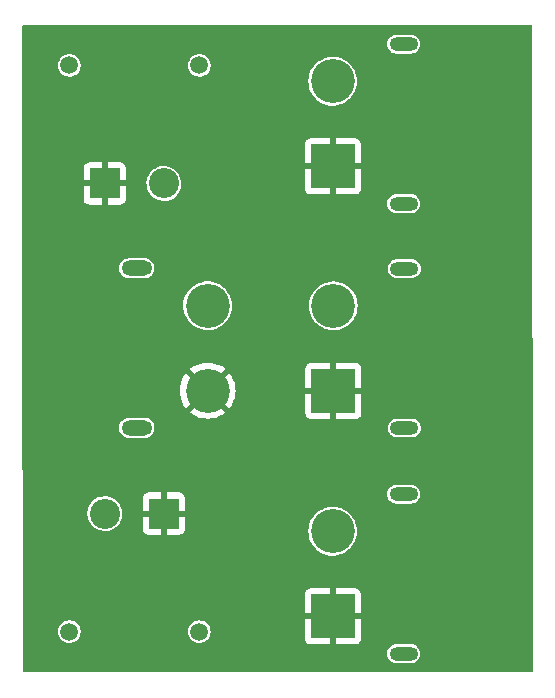
<source format=gbr>
%TF.GenerationSoftware,KiCad,Pcbnew,(6.0.5-0)*%
%TF.CreationDate,2024-03-03T20:53:32-05:00*%
%TF.ProjectId,power_PCB_v0.1,706f7765-725f-4504-9342-5f76302e312e,rev?*%
%TF.SameCoordinates,Original*%
%TF.FileFunction,Copper,L1,Top*%
%TF.FilePolarity,Positive*%
%FSLAX46Y46*%
G04 Gerber Fmt 4.6, Leading zero omitted, Abs format (unit mm)*
G04 Created by KiCad (PCBNEW (6.0.5-0)) date 2024-03-03 20:53:32*
%MOMM*%
%LPD*%
G01*
G04 APERTURE LIST*
%TA.AperFunction,ComponentPad*%
%ADD10R,3.716000X3.716000*%
%TD*%
%TA.AperFunction,ComponentPad*%
%ADD11C,3.716000*%
%TD*%
%TA.AperFunction,ComponentPad*%
%ADD12O,2.400000X1.200000*%
%TD*%
%TA.AperFunction,ComponentPad*%
%ADD13C,2.550000*%
%TD*%
%TA.AperFunction,ComponentPad*%
%ADD14R,2.550000X2.550000*%
%TD*%
%TA.AperFunction,ComponentPad*%
%ADD15C,1.508000*%
%TD*%
%TA.AperFunction,ComponentPad*%
%ADD16O,2.600000X1.300000*%
%TD*%
G04 APERTURE END LIST*
D10*
%TO.P,J5,1,+*%
%TO.N,+BATT*%
X136750000Y-76750000D03*
D11*
%TO.P,J5,2,-*%
%TO.N,-BATT*%
X136750000Y-69550000D03*
D12*
%TO.P,J5,S1*%
%TO.N,N/C*%
X142750000Y-79900000D03*
%TO.P,J5,S2*%
X142750000Y-66400000D03*
%TD*%
D13*
%TO.P,J2,N,N*%
%TO.N,-BATT*%
X117450000Y-106144250D03*
D14*
%TO.P,J2,P,P*%
%TO.N,+BATT*%
X122450000Y-106144250D03*
D15*
%TO.P,J2,S1*%
%TO.N,N/C*%
X114450000Y-116144250D03*
%TO.P,J2,S2*%
X125450000Y-116144250D03*
%TD*%
D10*
%TO.P,J4,1,+*%
%TO.N,+BATT*%
X136800000Y-95750000D03*
D11*
%TO.P,J4,2,-*%
%TO.N,-BATT*%
X136800000Y-88550000D03*
D12*
%TO.P,J4,S1*%
%TO.N,N/C*%
X142800000Y-98900000D03*
%TO.P,J4,S2*%
X142800000Y-85400000D03*
%TD*%
D10*
%TO.P,J3,1,+*%
%TO.N,+BATT*%
X136750000Y-114850000D03*
D11*
%TO.P,J3,2,-*%
%TO.N,-BATT*%
X136750000Y-107650000D03*
D12*
%TO.P,J3,S1*%
%TO.N,N/C*%
X142750000Y-118000000D03*
%TO.P,J3,S2*%
X142750000Y-104500000D03*
%TD*%
D11*
%TO.P,J1,1,-*%
%TO.N,-BATT*%
X126150000Y-88537500D03*
%TO.P,J1,2,+*%
%TO.N,+BATT*%
X126150000Y-95737500D03*
D16*
%TO.P,J1,S1,SHIELD*%
%TO.N,N/C*%
X120150000Y-85387500D03*
%TO.P,J1,S2,SHIELD*%
X120150000Y-98887500D03*
%TD*%
D13*
%TO.P,J6,N,N*%
%TO.N,-BATT*%
X122450000Y-78200000D03*
D14*
%TO.P,J6,P,P*%
%TO.N,+BATT*%
X117450000Y-78200000D03*
D15*
%TO.P,J6,S1*%
%TO.N,N/C*%
X125450000Y-68200000D03*
%TO.P,J6,S2*%
X114450000Y-68200000D03*
%TD*%
%TA.AperFunction,Conductor*%
%TO.N,+BATT*%
G36*
X153592236Y-64820002D02*
G01*
X153638729Y-64873658D01*
X153650115Y-64925884D01*
X153697825Y-117215999D01*
X153699885Y-119473885D01*
X153679945Y-119542024D01*
X153626332Y-119588566D01*
X153573885Y-119600000D01*
X110625885Y-119600000D01*
X110557764Y-119579998D01*
X110511271Y-119526342D01*
X110499885Y-119474115D01*
X110499271Y-118800500D01*
X110498535Y-117994376D01*
X141344455Y-117994376D01*
X141363227Y-118172983D01*
X141421103Y-118342993D01*
X141515206Y-118495955D01*
X141520132Y-118500986D01*
X141520135Y-118500989D01*
X141523838Y-118504770D01*
X141640859Y-118624268D01*
X141646784Y-118628087D01*
X141646786Y-118628088D01*
X141785891Y-118717735D01*
X141791817Y-118721554D01*
X141798437Y-118723963D01*
X141798440Y-118723965D01*
X141953961Y-118780570D01*
X141953964Y-118780571D01*
X141960578Y-118782978D01*
X141987121Y-118786331D01*
X142095355Y-118800004D01*
X142095358Y-118800004D01*
X142099283Y-118800500D01*
X143395155Y-118800500D01*
X143528472Y-118785546D01*
X143535847Y-118782978D01*
X143603451Y-118759436D01*
X143698073Y-118726485D01*
X143705965Y-118721554D01*
X143844401Y-118635049D01*
X143850375Y-118631316D01*
X143914365Y-118567771D01*
X143972810Y-118509733D01*
X143972813Y-118509729D01*
X143977807Y-118504770D01*
X144074037Y-118353136D01*
X144084643Y-118323352D01*
X144131919Y-118190586D01*
X144131920Y-118190581D01*
X144134281Y-118183951D01*
X144135114Y-118176965D01*
X144135115Y-118176961D01*
X144154711Y-118012617D01*
X144155545Y-118005624D01*
X144136773Y-117827017D01*
X144078897Y-117657007D01*
X143984794Y-117504045D01*
X143979868Y-117499014D01*
X143979865Y-117499011D01*
X143919024Y-117436883D01*
X143859141Y-117375732D01*
X143842413Y-117364951D01*
X143714109Y-117282265D01*
X143708183Y-117278446D01*
X143701563Y-117276037D01*
X143701560Y-117276035D01*
X143546039Y-117219430D01*
X143546036Y-117219429D01*
X143539422Y-117217022D01*
X143482692Y-117209856D01*
X143404645Y-117199996D01*
X143404642Y-117199996D01*
X143400717Y-117199500D01*
X142104845Y-117199500D01*
X141971528Y-117214454D01*
X141964875Y-117216771D01*
X141964874Y-117216771D01*
X141896549Y-117240564D01*
X141801927Y-117273515D01*
X141795953Y-117277248D01*
X141795951Y-117277249D01*
X141787924Y-117282265D01*
X141649625Y-117368684D01*
X141585635Y-117432229D01*
X141527190Y-117490267D01*
X141527187Y-117490271D01*
X141522193Y-117495230D01*
X141425963Y-117646864D01*
X141423598Y-117653506D01*
X141368081Y-117809414D01*
X141368080Y-117809419D01*
X141365719Y-117816049D01*
X141364886Y-117823035D01*
X141364885Y-117823039D01*
X141349648Y-117950823D01*
X141344455Y-117994376D01*
X110498535Y-117994376D01*
X110496835Y-116130859D01*
X113490975Y-116130859D01*
X113506639Y-116317389D01*
X113558235Y-116497325D01*
X113643797Y-116663812D01*
X113647620Y-116668636D01*
X113647623Y-116668640D01*
X113753539Y-116802271D01*
X113760068Y-116810509D01*
X113764762Y-116814504D01*
X113777805Y-116825604D01*
X113902618Y-116931829D01*
X113907996Y-116934835D01*
X113907998Y-116934836D01*
X113942396Y-116954060D01*
X114066018Y-117023150D01*
X114244043Y-117080994D01*
X114429914Y-117103158D01*
X114436049Y-117102686D01*
X114436051Y-117102686D01*
X114610408Y-117089270D01*
X114610413Y-117089269D01*
X114616549Y-117088797D01*
X114622479Y-117087141D01*
X114622481Y-117087141D01*
X114790913Y-117040114D01*
X114790912Y-117040114D01*
X114796841Y-117038459D01*
X114827148Y-117023150D01*
X114948897Y-116961649D01*
X114963921Y-116954060D01*
X114974169Y-116946054D01*
X115106571Y-116842610D01*
X115106572Y-116842610D01*
X115111427Y-116838816D01*
X115233738Y-116697117D01*
X115326198Y-116534358D01*
X115385283Y-116356741D01*
X115408744Y-116171030D01*
X115409118Y-116144250D01*
X115407805Y-116130859D01*
X124490975Y-116130859D01*
X124506639Y-116317389D01*
X124558235Y-116497325D01*
X124643797Y-116663812D01*
X124647620Y-116668636D01*
X124647623Y-116668640D01*
X124753539Y-116802271D01*
X124760068Y-116810509D01*
X124764762Y-116814504D01*
X124777805Y-116825604D01*
X124902618Y-116931829D01*
X124907996Y-116934835D01*
X124907998Y-116934836D01*
X124942396Y-116954060D01*
X125066018Y-117023150D01*
X125244043Y-117080994D01*
X125429914Y-117103158D01*
X125436049Y-117102686D01*
X125436051Y-117102686D01*
X125610408Y-117089270D01*
X125610413Y-117089269D01*
X125616549Y-117088797D01*
X125622479Y-117087141D01*
X125622481Y-117087141D01*
X125790913Y-117040114D01*
X125790912Y-117040114D01*
X125796841Y-117038459D01*
X125827148Y-117023150D01*
X125948897Y-116961649D01*
X125963921Y-116954060D01*
X125974169Y-116946054D01*
X126106571Y-116842610D01*
X126106572Y-116842610D01*
X126111427Y-116838816D01*
X126185787Y-116752669D01*
X134384001Y-116752669D01*
X134384371Y-116759490D01*
X134389895Y-116810352D01*
X134393521Y-116825604D01*
X134438676Y-116946054D01*
X134447214Y-116961649D01*
X134523715Y-117063724D01*
X134536276Y-117076285D01*
X134638351Y-117152786D01*
X134653946Y-117161324D01*
X134774394Y-117206478D01*
X134789649Y-117210105D01*
X134840514Y-117215631D01*
X134847328Y-117216000D01*
X136477885Y-117216000D01*
X136493124Y-117211525D01*
X136494329Y-117210135D01*
X136496000Y-117202452D01*
X136496000Y-117197884D01*
X137004000Y-117197884D01*
X137008475Y-117213123D01*
X137009865Y-117214328D01*
X137017548Y-117215999D01*
X138652669Y-117215999D01*
X138659490Y-117215629D01*
X138710352Y-117210105D01*
X138725604Y-117206479D01*
X138846054Y-117161324D01*
X138861649Y-117152786D01*
X138963724Y-117076285D01*
X138976285Y-117063724D01*
X139052786Y-116961649D01*
X139061324Y-116946054D01*
X139106478Y-116825606D01*
X139110105Y-116810351D01*
X139115631Y-116759486D01*
X139116000Y-116752672D01*
X139116000Y-115122115D01*
X139111525Y-115106876D01*
X139110135Y-115105671D01*
X139102452Y-115104000D01*
X137022115Y-115104000D01*
X137006876Y-115108475D01*
X137005671Y-115109865D01*
X137004000Y-115117548D01*
X137004000Y-117197884D01*
X136496000Y-117197884D01*
X136496000Y-115122115D01*
X136491525Y-115106876D01*
X136490135Y-115105671D01*
X136482452Y-115104000D01*
X134402116Y-115104000D01*
X134386877Y-115108475D01*
X134385672Y-115109865D01*
X134384001Y-115117548D01*
X134384001Y-116752669D01*
X126185787Y-116752669D01*
X126233738Y-116697117D01*
X126326198Y-116534358D01*
X126385283Y-116356741D01*
X126408744Y-116171030D01*
X126409118Y-116144250D01*
X126390852Y-115957956D01*
X126336749Y-115778759D01*
X126248870Y-115613482D01*
X126244980Y-115608712D01*
X126244977Y-115608708D01*
X126134457Y-115473198D01*
X126134454Y-115473195D01*
X126130562Y-115468423D01*
X125986332Y-115349105D01*
X125821673Y-115260074D01*
X125732265Y-115232398D01*
X125648744Y-115206544D01*
X125648741Y-115206543D01*
X125642857Y-115204722D01*
X125636732Y-115204078D01*
X125636731Y-115204078D01*
X125462824Y-115185799D01*
X125462823Y-115185799D01*
X125456696Y-115185155D01*
X125380143Y-115192122D01*
X125276418Y-115201562D01*
X125276415Y-115201563D01*
X125270279Y-115202121D01*
X125264373Y-115203859D01*
X125264369Y-115203860D01*
X125129075Y-115243679D01*
X125090708Y-115254971D01*
X124924822Y-115341694D01*
X124920022Y-115345554D01*
X124920021Y-115345554D01*
X124910718Y-115353034D01*
X124778940Y-115458986D01*
X124658619Y-115602380D01*
X124655655Y-115607772D01*
X124655652Y-115607776D01*
X124581455Y-115742741D01*
X124568441Y-115766413D01*
X124566580Y-115772280D01*
X124566579Y-115772282D01*
X124562653Y-115784659D01*
X124511841Y-115944838D01*
X124490975Y-116130859D01*
X115407805Y-116130859D01*
X115390852Y-115957956D01*
X115336749Y-115778759D01*
X115248870Y-115613482D01*
X115244980Y-115608712D01*
X115244977Y-115608708D01*
X115134457Y-115473198D01*
X115134454Y-115473195D01*
X115130562Y-115468423D01*
X114986332Y-115349105D01*
X114821673Y-115260074D01*
X114732265Y-115232398D01*
X114648744Y-115206544D01*
X114648741Y-115206543D01*
X114642857Y-115204722D01*
X114636732Y-115204078D01*
X114636731Y-115204078D01*
X114462824Y-115185799D01*
X114462823Y-115185799D01*
X114456696Y-115185155D01*
X114380143Y-115192122D01*
X114276418Y-115201562D01*
X114276415Y-115201563D01*
X114270279Y-115202121D01*
X114264373Y-115203859D01*
X114264369Y-115203860D01*
X114129075Y-115243679D01*
X114090708Y-115254971D01*
X113924822Y-115341694D01*
X113920022Y-115345554D01*
X113920021Y-115345554D01*
X113910718Y-115353034D01*
X113778940Y-115458986D01*
X113658619Y-115602380D01*
X113655655Y-115607772D01*
X113655652Y-115607776D01*
X113581455Y-115742741D01*
X113568441Y-115766413D01*
X113566580Y-115772280D01*
X113566579Y-115772282D01*
X113562653Y-115784659D01*
X113511841Y-115944838D01*
X113490975Y-116130859D01*
X110496835Y-116130859D01*
X110495418Y-114577885D01*
X134384000Y-114577885D01*
X134388475Y-114593124D01*
X134389865Y-114594329D01*
X134397548Y-114596000D01*
X136477885Y-114596000D01*
X136493124Y-114591525D01*
X136494329Y-114590135D01*
X136496000Y-114582452D01*
X136496000Y-114577885D01*
X137004000Y-114577885D01*
X137008475Y-114593124D01*
X137009865Y-114594329D01*
X137017548Y-114596000D01*
X139097884Y-114596000D01*
X139113123Y-114591525D01*
X139114328Y-114590135D01*
X139115999Y-114582452D01*
X139115999Y-112947331D01*
X139115629Y-112940510D01*
X139110105Y-112889648D01*
X139106479Y-112874396D01*
X139061324Y-112753946D01*
X139052786Y-112738351D01*
X138976285Y-112636276D01*
X138963724Y-112623715D01*
X138861649Y-112547214D01*
X138846054Y-112538676D01*
X138725606Y-112493522D01*
X138710351Y-112489895D01*
X138659486Y-112484369D01*
X138652672Y-112484000D01*
X137022115Y-112484000D01*
X137006876Y-112488475D01*
X137005671Y-112489865D01*
X137004000Y-112497548D01*
X137004000Y-114577885D01*
X136496000Y-114577885D01*
X136496000Y-112502116D01*
X136491525Y-112486877D01*
X136490135Y-112485672D01*
X136482452Y-112484001D01*
X134847331Y-112484001D01*
X134840510Y-112484371D01*
X134789648Y-112489895D01*
X134774396Y-112493521D01*
X134653946Y-112538676D01*
X134638351Y-112547214D01*
X134536276Y-112623715D01*
X134523715Y-112636276D01*
X134447214Y-112738351D01*
X134438676Y-112753946D01*
X134393522Y-112874394D01*
X134389895Y-112889649D01*
X134384369Y-112940514D01*
X134384000Y-112947328D01*
X134384000Y-114577885D01*
X110495418Y-114577885D01*
X110487690Y-106108077D01*
X115969885Y-106108077D01*
X115970182Y-106113229D01*
X115970182Y-106113233D01*
X115981684Y-106312703D01*
X115983852Y-106350304D01*
X115984989Y-106355350D01*
X115984990Y-106355356D01*
X115997710Y-106411798D01*
X116037193Y-106586997D01*
X116039135Y-106591779D01*
X116039136Y-106591783D01*
X116078725Y-106689279D01*
X116128476Y-106811800D01*
X116255249Y-107018675D01*
X116414109Y-107202068D01*
X116600787Y-107357051D01*
X116810272Y-107479464D01*
X117036938Y-107566020D01*
X117042004Y-107567051D01*
X117042005Y-107567051D01*
X117100326Y-107578916D01*
X117274696Y-107614392D01*
X117411350Y-107619403D01*
X117511998Y-107623094D01*
X117512002Y-107623094D01*
X117517162Y-107623283D01*
X117522282Y-107622627D01*
X117522284Y-107622627D01*
X117598754Y-107612831D01*
X117757825Y-107592453D01*
X117762774Y-107590968D01*
X117762780Y-107590967D01*
X117985278Y-107524214D01*
X117990221Y-107522731D01*
X117994855Y-107520461D01*
X118110272Y-107463919D01*
X120667001Y-107463919D01*
X120667371Y-107470740D01*
X120672895Y-107521602D01*
X120676521Y-107536854D01*
X120721676Y-107657304D01*
X120730214Y-107672899D01*
X120806715Y-107774974D01*
X120819276Y-107787535D01*
X120921351Y-107864036D01*
X120936946Y-107872574D01*
X121057394Y-107917728D01*
X121072649Y-107921355D01*
X121123514Y-107926881D01*
X121130328Y-107927250D01*
X122177885Y-107927250D01*
X122193124Y-107922775D01*
X122194329Y-107921385D01*
X122196000Y-107913702D01*
X122196000Y-107909134D01*
X122704000Y-107909134D01*
X122708475Y-107924373D01*
X122709865Y-107925578D01*
X122717548Y-107927249D01*
X123769669Y-107927249D01*
X123776490Y-107926879D01*
X123827352Y-107921355D01*
X123842604Y-107917729D01*
X123963054Y-107872574D01*
X123978649Y-107864036D01*
X124080724Y-107787535D01*
X124093285Y-107774974D01*
X124169786Y-107672899D01*
X124178324Y-107657304D01*
X124189162Y-107628393D01*
X134686803Y-107628393D01*
X134702960Y-107908601D01*
X134703785Y-107912806D01*
X134703786Y-107912814D01*
X134714711Y-107968497D01*
X134756996Y-108184024D01*
X134758383Y-108188074D01*
X134758384Y-108188079D01*
X134846522Y-108445509D01*
X134847911Y-108449565D01*
X134974022Y-108700310D01*
X134976448Y-108703839D01*
X134976451Y-108703845D01*
X135085012Y-108861801D01*
X135132997Y-108931620D01*
X135321894Y-109139215D01*
X135325183Y-109141965D01*
X135533925Y-109316501D01*
X135533930Y-109316505D01*
X135537217Y-109319253D01*
X135592424Y-109353884D01*
X135771341Y-109466119D01*
X135771345Y-109466121D01*
X135774981Y-109468402D01*
X136030788Y-109583903D01*
X136034907Y-109585123D01*
X136295790Y-109662401D01*
X136295795Y-109662402D01*
X136299903Y-109663619D01*
X136304137Y-109664267D01*
X136304142Y-109664268D01*
X136548514Y-109701662D01*
X136577347Y-109706074D01*
X136720292Y-109708319D01*
X136853694Y-109710415D01*
X136853700Y-109710415D01*
X136857985Y-109710482D01*
X137136626Y-109676763D01*
X137408112Y-109605540D01*
X137412072Y-109603900D01*
X137412077Y-109603898D01*
X137551600Y-109546105D01*
X137667420Y-109498131D01*
X137718296Y-109468402D01*
X137906054Y-109358685D01*
X137906055Y-109358685D01*
X137909752Y-109356524D01*
X138130624Y-109183338D01*
X138325948Y-108981779D01*
X138328481Y-108978331D01*
X138328485Y-108978326D01*
X138489572Y-108759032D01*
X138492110Y-108755577D01*
X138626036Y-108508916D01*
X138725247Y-108246362D01*
X138787907Y-107972773D01*
X138792494Y-107921385D01*
X138812637Y-107695677D01*
X138812637Y-107695675D01*
X138812857Y-107693211D01*
X138813310Y-107650000D01*
X138810895Y-107614581D01*
X138794512Y-107374254D01*
X138794511Y-107374248D01*
X138794220Y-107369977D01*
X138788923Y-107344396D01*
X138738172Y-107099332D01*
X138737303Y-107095135D01*
X138643612Y-106830561D01*
X138633401Y-106810776D01*
X138516847Y-106584957D01*
X138516847Y-106584956D01*
X138514882Y-106581150D01*
X138504595Y-106566512D01*
X138395859Y-106411798D01*
X138353493Y-106351517D01*
X138162433Y-106145912D01*
X137945237Y-105968139D01*
X137705923Y-105821487D01*
X137683348Y-105811577D01*
X137452853Y-105710397D01*
X137448921Y-105708671D01*
X137429519Y-105703144D01*
X137286419Y-105662381D01*
X137178986Y-105631778D01*
X136973217Y-105602493D01*
X136905365Y-105592836D01*
X136905363Y-105592836D01*
X136901113Y-105592231D01*
X136896824Y-105592209D01*
X136896817Y-105592208D01*
X136624730Y-105590783D01*
X136624723Y-105590783D01*
X136620444Y-105590761D01*
X136616199Y-105591320D01*
X136616197Y-105591320D01*
X136552813Y-105599665D01*
X136342172Y-105627397D01*
X136071446Y-105701459D01*
X135813277Y-105811577D01*
X135704462Y-105876702D01*
X135576123Y-105953511D01*
X135576119Y-105953514D01*
X135572441Y-105955715D01*
X135353395Y-106131204D01*
X135350451Y-106134306D01*
X135350447Y-106134310D01*
X135269228Y-106219897D01*
X135160192Y-106334797D01*
X134996408Y-106562727D01*
X134865073Y-106810776D01*
X134863601Y-106814799D01*
X134863599Y-106814803D01*
X134856354Y-106834602D01*
X134768616Y-107074355D01*
X134767703Y-107078541D01*
X134767703Y-107078542D01*
X134724195Y-107278093D01*
X134708825Y-107348585D01*
X134686803Y-107628393D01*
X124189162Y-107628393D01*
X124223478Y-107536856D01*
X124227105Y-107521601D01*
X124232631Y-107470736D01*
X124233000Y-107463922D01*
X124233000Y-106416365D01*
X124228525Y-106401126D01*
X124227135Y-106399921D01*
X124219452Y-106398250D01*
X122722115Y-106398250D01*
X122706876Y-106402725D01*
X122705671Y-106404115D01*
X122704000Y-106411798D01*
X122704000Y-107909134D01*
X122196000Y-107909134D01*
X122196000Y-106416365D01*
X122191525Y-106401126D01*
X122190135Y-106399921D01*
X122182452Y-106398250D01*
X120685116Y-106398250D01*
X120669877Y-106402725D01*
X120668672Y-106404115D01*
X120667001Y-106411798D01*
X120667001Y-107463919D01*
X118110272Y-107463919D01*
X118203474Y-107418260D01*
X118203477Y-107418258D01*
X118208109Y-107415989D01*
X118231607Y-107399228D01*
X118401433Y-107278093D01*
X118401435Y-107278091D01*
X118405637Y-107275094D01*
X118577501Y-107103828D01*
X118598680Y-107074355D01*
X118635885Y-107022578D01*
X118719085Y-106906793D01*
X118826587Y-106689279D01*
X118866094Y-106559248D01*
X118895616Y-106462080D01*
X118895617Y-106462074D01*
X118897120Y-106457128D01*
X118928789Y-106216575D01*
X118930557Y-106144250D01*
X118915277Y-105958397D01*
X118911100Y-105907588D01*
X118911099Y-105907582D01*
X118910676Y-105902437D01*
X118903065Y-105872135D01*
X120667000Y-105872135D01*
X120671475Y-105887374D01*
X120672865Y-105888579D01*
X120680548Y-105890250D01*
X122177885Y-105890250D01*
X122193124Y-105885775D01*
X122194329Y-105884385D01*
X122196000Y-105876702D01*
X122196000Y-105872135D01*
X122704000Y-105872135D01*
X122708475Y-105887374D01*
X122709865Y-105888579D01*
X122717548Y-105890250D01*
X124214884Y-105890250D01*
X124230123Y-105885775D01*
X124231328Y-105884385D01*
X124232999Y-105876702D01*
X124232999Y-104824581D01*
X124232629Y-104817760D01*
X124227105Y-104766898D01*
X124223479Y-104751646D01*
X124178324Y-104631196D01*
X124169786Y-104615601D01*
X124093285Y-104513526D01*
X124080724Y-104500965D01*
X124071932Y-104494376D01*
X141344455Y-104494376D01*
X141363227Y-104672983D01*
X141365498Y-104679654D01*
X141404358Y-104793804D01*
X141421103Y-104842993D01*
X141424793Y-104848991D01*
X141424794Y-104848993D01*
X141450891Y-104891413D01*
X141515206Y-104995955D01*
X141520132Y-105000986D01*
X141520135Y-105000989D01*
X141576196Y-105058236D01*
X141640859Y-105124268D01*
X141646784Y-105128087D01*
X141646786Y-105128088D01*
X141771977Y-105208768D01*
X141791817Y-105221554D01*
X141798437Y-105223963D01*
X141798440Y-105223965D01*
X141953961Y-105280570D01*
X141953964Y-105280571D01*
X141960578Y-105282978D01*
X141987121Y-105286331D01*
X142095355Y-105300004D01*
X142095358Y-105300004D01*
X142099283Y-105300500D01*
X143395155Y-105300500D01*
X143528472Y-105285546D01*
X143535847Y-105282978D01*
X143656693Y-105240895D01*
X143698073Y-105226485D01*
X143705965Y-105221554D01*
X143844401Y-105135049D01*
X143850375Y-105131316D01*
X143914365Y-105067771D01*
X143972810Y-105009733D01*
X143972813Y-105009729D01*
X143977807Y-105004770D01*
X144074037Y-104853136D01*
X144110177Y-104751644D01*
X144131919Y-104690586D01*
X144131920Y-104690581D01*
X144134281Y-104683951D01*
X144135114Y-104676965D01*
X144135115Y-104676961D01*
X144154711Y-104512617D01*
X144155545Y-104505624D01*
X144140991Y-104367145D01*
X144137510Y-104334025D01*
X144137509Y-104334021D01*
X144136773Y-104327017D01*
X144078897Y-104157007D01*
X143984794Y-104004045D01*
X143979868Y-103999014D01*
X143979865Y-103999011D01*
X143919024Y-103936883D01*
X143859141Y-103875732D01*
X143842413Y-103864951D01*
X143714109Y-103782265D01*
X143708183Y-103778446D01*
X143701563Y-103776037D01*
X143701560Y-103776035D01*
X143546039Y-103719430D01*
X143546036Y-103719429D01*
X143539422Y-103717022D01*
X143482692Y-103709856D01*
X143404645Y-103699996D01*
X143404642Y-103699996D01*
X143400717Y-103699500D01*
X142104845Y-103699500D01*
X141971528Y-103714454D01*
X141964875Y-103716771D01*
X141964874Y-103716771D01*
X141896549Y-103740564D01*
X141801927Y-103773515D01*
X141795953Y-103777248D01*
X141795951Y-103777249D01*
X141787924Y-103782265D01*
X141649625Y-103868684D01*
X141585635Y-103932229D01*
X141527190Y-103990267D01*
X141527187Y-103990271D01*
X141522193Y-103995230D01*
X141425963Y-104146864D01*
X141423598Y-104153506D01*
X141368081Y-104309414D01*
X141368080Y-104309419D01*
X141365719Y-104316049D01*
X141364886Y-104323035D01*
X141364885Y-104323039D01*
X141352791Y-104424464D01*
X141344455Y-104494376D01*
X124071932Y-104494376D01*
X123978649Y-104424464D01*
X123963054Y-104415926D01*
X123842606Y-104370772D01*
X123827351Y-104367145D01*
X123776486Y-104361619D01*
X123769672Y-104361250D01*
X122722115Y-104361250D01*
X122706876Y-104365725D01*
X122705671Y-104367115D01*
X122704000Y-104374798D01*
X122704000Y-105872135D01*
X122196000Y-105872135D01*
X122196000Y-104379366D01*
X122191525Y-104364127D01*
X122190135Y-104362922D01*
X122182452Y-104361251D01*
X121130331Y-104361251D01*
X121123510Y-104361621D01*
X121072648Y-104367145D01*
X121057396Y-104370771D01*
X120936946Y-104415926D01*
X120921351Y-104424464D01*
X120819276Y-104500965D01*
X120806715Y-104513526D01*
X120730214Y-104615601D01*
X120721676Y-104631196D01*
X120676522Y-104751644D01*
X120672895Y-104766899D01*
X120667369Y-104817764D01*
X120667000Y-104824578D01*
X120667000Y-105872135D01*
X118903065Y-105872135D01*
X118861710Y-105707495D01*
X118852827Y-105672128D01*
X118852826Y-105672124D01*
X118851568Y-105667117D01*
X118838911Y-105638008D01*
X118756880Y-105449349D01*
X118756878Y-105449346D01*
X118754820Y-105444612D01*
X118623030Y-105240895D01*
X118606521Y-105222751D01*
X118463215Y-105065261D01*
X118463213Y-105065260D01*
X118459737Y-105061439D01*
X118455686Y-105058240D01*
X118455682Y-105058236D01*
X118273386Y-104914268D01*
X118269328Y-104911063D01*
X118056914Y-104793804D01*
X117932960Y-104749910D01*
X117833077Y-104714539D01*
X117833073Y-104714538D01*
X117828202Y-104712813D01*
X117823109Y-104711906D01*
X117823106Y-104711905D01*
X117594422Y-104671170D01*
X117594416Y-104671169D01*
X117589333Y-104670264D01*
X117509558Y-104669289D01*
X117351892Y-104667363D01*
X117351890Y-104667363D01*
X117346722Y-104667300D01*
X117106884Y-104704000D01*
X116876261Y-104779379D01*
X116661046Y-104891413D01*
X116656913Y-104894516D01*
X116656910Y-104894518D01*
X116471154Y-105033987D01*
X116467019Y-105037092D01*
X116299391Y-105212505D01*
X116296477Y-105216777D01*
X116296476Y-105216778D01*
X116280025Y-105240895D01*
X116162663Y-105412941D01*
X116147962Y-105444612D01*
X116079440Y-105592231D01*
X116060508Y-105633016D01*
X115995668Y-105866821D01*
X115969885Y-106108077D01*
X110487690Y-106108077D01*
X110481058Y-98839744D01*
X118645819Y-98839744D01*
X118646176Y-98846561D01*
X118646176Y-98846565D01*
X118654302Y-99001611D01*
X118655490Y-99024281D01*
X118657301Y-99030854D01*
X118657301Y-99030857D01*
X118682930Y-99123902D01*
X118704562Y-99202436D01*
X118790746Y-99365898D01*
X118910020Y-99507040D01*
X118915444Y-99511187D01*
X118915445Y-99511188D01*
X119051399Y-99615133D01*
X119051403Y-99615136D01*
X119056820Y-99619277D01*
X119063000Y-99622159D01*
X119063002Y-99622160D01*
X119218120Y-99694493D01*
X119218123Y-99694494D01*
X119224297Y-99697373D01*
X119230942Y-99698858D01*
X119230947Y-99698860D01*
X119339207Y-99723058D01*
X119404637Y-99737683D01*
X119410307Y-99738000D01*
X120846164Y-99738000D01*
X120983709Y-99723058D01*
X121158848Y-99664117D01*
X121317244Y-99568943D01*
X121353086Y-99535049D01*
X121446549Y-99446665D01*
X121446551Y-99446663D01*
X121451507Y-99441976D01*
X121555375Y-99289140D01*
X121557910Y-99282803D01*
X121621466Y-99123902D01*
X121621467Y-99123897D01*
X121624000Y-99117565D01*
X121654181Y-98935256D01*
X121652039Y-98894376D01*
X141394455Y-98894376D01*
X141395191Y-98901379D01*
X141395191Y-98901380D01*
X141398752Y-98935256D01*
X141413227Y-99072983D01*
X141415498Y-99079654D01*
X141455056Y-99195854D01*
X141471103Y-99242993D01*
X141565206Y-99395955D01*
X141570132Y-99400986D01*
X141570135Y-99400989D01*
X141573838Y-99404770D01*
X141690859Y-99524268D01*
X141696784Y-99528087D01*
X141696786Y-99528088D01*
X141835891Y-99617735D01*
X141841817Y-99621554D01*
X141848437Y-99623963D01*
X141848440Y-99623965D01*
X142003961Y-99680570D01*
X142003964Y-99680571D01*
X142010578Y-99682978D01*
X142037121Y-99686331D01*
X142145355Y-99700004D01*
X142145358Y-99700004D01*
X142149283Y-99700500D01*
X143445155Y-99700500D01*
X143578472Y-99685546D01*
X143585847Y-99682978D01*
X143653451Y-99659436D01*
X143748073Y-99626485D01*
X143754995Y-99622160D01*
X143894401Y-99535049D01*
X143900375Y-99531316D01*
X143996022Y-99436334D01*
X144022810Y-99409733D01*
X144022813Y-99409729D01*
X144027807Y-99404770D01*
X144124037Y-99253136D01*
X144139940Y-99208475D01*
X144181919Y-99090586D01*
X144181920Y-99090581D01*
X144184281Y-99083951D01*
X144185114Y-99076965D01*
X144185115Y-99076961D01*
X144204711Y-98912617D01*
X144205545Y-98905624D01*
X144197913Y-98833006D01*
X144187510Y-98734025D01*
X144187509Y-98734021D01*
X144186773Y-98727017D01*
X144165377Y-98664167D01*
X144131168Y-98563677D01*
X144131167Y-98563674D01*
X144128897Y-98557007D01*
X144034794Y-98404045D01*
X144029868Y-98399014D01*
X144029865Y-98399011D01*
X143965245Y-98333024D01*
X143909141Y-98275732D01*
X143897082Y-98267960D01*
X143764109Y-98182265D01*
X143758183Y-98178446D01*
X143751563Y-98176037D01*
X143751560Y-98176035D01*
X143596039Y-98119430D01*
X143596036Y-98119429D01*
X143589422Y-98117022D01*
X143520434Y-98108307D01*
X143454645Y-98099996D01*
X143454642Y-98099996D01*
X143450717Y-98099500D01*
X142154845Y-98099500D01*
X142021528Y-98114454D01*
X142014875Y-98116771D01*
X142014874Y-98116771D01*
X141946549Y-98140564D01*
X141851927Y-98173515D01*
X141845953Y-98177248D01*
X141845951Y-98177249D01*
X141799849Y-98206057D01*
X141699625Y-98268684D01*
X141639556Y-98328335D01*
X141577190Y-98390267D01*
X141577187Y-98390271D01*
X141572193Y-98395230D01*
X141568419Y-98401176D01*
X141568418Y-98401178D01*
X141562791Y-98410045D01*
X141475963Y-98546864D01*
X141473598Y-98553506D01*
X141418081Y-98709414D01*
X141418080Y-98709419D01*
X141415719Y-98716049D01*
X141414886Y-98723035D01*
X141414885Y-98723039D01*
X141412369Y-98744143D01*
X141394455Y-98894376D01*
X121652039Y-98894376D01*
X121648823Y-98833006D01*
X121644867Y-98757532D01*
X121644510Y-98750719D01*
X121637982Y-98727017D01*
X121597251Y-98579146D01*
X121595438Y-98572564D01*
X121509254Y-98409102D01*
X121389980Y-98267960D01*
X121384555Y-98263812D01*
X121248601Y-98159867D01*
X121248597Y-98159864D01*
X121243180Y-98155723D01*
X121237000Y-98152841D01*
X121236998Y-98152840D01*
X121081880Y-98080507D01*
X121081877Y-98080506D01*
X121075703Y-98077627D01*
X121069058Y-98076142D01*
X121069053Y-98076140D01*
X120929129Y-98044865D01*
X120895363Y-98037317D01*
X120889693Y-98037000D01*
X119453836Y-98037000D01*
X119316291Y-98051942D01*
X119141152Y-98110883D01*
X118982756Y-98206057D01*
X118977796Y-98210748D01*
X118977794Y-98210749D01*
X118903751Y-98280769D01*
X118848493Y-98333024D01*
X118744625Y-98485860D01*
X118742092Y-98492194D01*
X118742090Y-98492197D01*
X118678534Y-98651098D01*
X118678533Y-98651103D01*
X118676000Y-98657435D01*
X118645819Y-98839744D01*
X110481058Y-98839744D01*
X110479911Y-97582887D01*
X124670070Y-97582887D01*
X124676528Y-97592247D01*
X124703488Y-97615891D01*
X124710003Y-97620889D01*
X124961028Y-97788619D01*
X124968165Y-97792740D01*
X125238930Y-97926266D01*
X125246534Y-97929416D01*
X125532413Y-98026459D01*
X125540365Y-98028590D01*
X125836469Y-98087488D01*
X125844627Y-98088562D01*
X126145881Y-98108307D01*
X126154119Y-98108307D01*
X126455373Y-98088562D01*
X126463531Y-98087488D01*
X126759635Y-98028590D01*
X126767587Y-98026459D01*
X127053466Y-97929416D01*
X127061070Y-97926266D01*
X127331835Y-97792740D01*
X127338972Y-97788619D01*
X127542435Y-97652669D01*
X134434001Y-97652669D01*
X134434371Y-97659490D01*
X134439895Y-97710352D01*
X134443521Y-97725604D01*
X134488676Y-97846054D01*
X134497214Y-97861649D01*
X134573715Y-97963724D01*
X134586276Y-97976285D01*
X134688351Y-98052786D01*
X134703946Y-98061324D01*
X134824394Y-98106478D01*
X134839649Y-98110105D01*
X134890514Y-98115631D01*
X134897328Y-98116000D01*
X136527885Y-98116000D01*
X136543124Y-98111525D01*
X136544329Y-98110135D01*
X136546000Y-98102452D01*
X136546000Y-98097884D01*
X137054000Y-98097884D01*
X137058475Y-98113123D01*
X137059865Y-98114328D01*
X137067548Y-98115999D01*
X138702669Y-98115999D01*
X138709490Y-98115629D01*
X138760352Y-98110105D01*
X138775604Y-98106479D01*
X138896054Y-98061324D01*
X138911649Y-98052786D01*
X139013724Y-97976285D01*
X139026285Y-97963724D01*
X139102786Y-97861649D01*
X139111324Y-97846054D01*
X139156478Y-97725606D01*
X139160105Y-97710351D01*
X139165631Y-97659486D01*
X139166000Y-97652672D01*
X139166000Y-96022115D01*
X139161525Y-96006876D01*
X139160135Y-96005671D01*
X139152452Y-96004000D01*
X137072115Y-96004000D01*
X137056876Y-96008475D01*
X137055671Y-96009865D01*
X137054000Y-96017548D01*
X137054000Y-98097884D01*
X136546000Y-98097884D01*
X136546000Y-96022115D01*
X136541525Y-96006876D01*
X136540135Y-96005671D01*
X136532452Y-96004000D01*
X134452116Y-96004000D01*
X134436877Y-96008475D01*
X134435672Y-96009865D01*
X134434001Y-96017548D01*
X134434001Y-97652669D01*
X127542435Y-97652669D01*
X127589997Y-97620889D01*
X127596512Y-97615891D01*
X127621609Y-97593881D01*
X127630004Y-97580646D01*
X127624169Y-97570879D01*
X126162812Y-96109522D01*
X126148868Y-96101908D01*
X126147035Y-96102039D01*
X126140420Y-96106290D01*
X124677584Y-97569126D01*
X124670070Y-97582887D01*
X110479911Y-97582887D01*
X110478231Y-95741619D01*
X123779193Y-95741619D01*
X123798938Y-96042873D01*
X123800012Y-96051031D01*
X123858910Y-96347135D01*
X123861041Y-96355087D01*
X123958081Y-96640957D01*
X123961236Y-96648576D01*
X124094761Y-96919335D01*
X124098882Y-96926473D01*
X124266611Y-97177497D01*
X124271609Y-97184012D01*
X124293619Y-97209109D01*
X124306854Y-97217504D01*
X124316621Y-97211669D01*
X125777978Y-95750312D01*
X125784356Y-95738632D01*
X126514408Y-95738632D01*
X126514539Y-95740465D01*
X126518790Y-95747080D01*
X127981626Y-97209916D01*
X127995387Y-97217430D01*
X128004747Y-97210972D01*
X128028391Y-97184012D01*
X128033389Y-97177497D01*
X128201118Y-96926473D01*
X128205239Y-96919335D01*
X128338764Y-96648576D01*
X128341919Y-96640957D01*
X128438959Y-96355087D01*
X128441090Y-96347135D01*
X128499988Y-96051031D01*
X128501062Y-96042873D01*
X128520807Y-95741619D01*
X128520807Y-95733381D01*
X128504061Y-95477885D01*
X134434000Y-95477885D01*
X134438475Y-95493124D01*
X134439865Y-95494329D01*
X134447548Y-95496000D01*
X136527885Y-95496000D01*
X136543124Y-95491525D01*
X136544329Y-95490135D01*
X136546000Y-95482452D01*
X136546000Y-95477885D01*
X137054000Y-95477885D01*
X137058475Y-95493124D01*
X137059865Y-95494329D01*
X137067548Y-95496000D01*
X139147884Y-95496000D01*
X139163123Y-95491525D01*
X139164328Y-95490135D01*
X139165999Y-95482452D01*
X139165999Y-93847331D01*
X139165629Y-93840510D01*
X139160105Y-93789648D01*
X139156479Y-93774396D01*
X139111324Y-93653946D01*
X139102786Y-93638351D01*
X139026285Y-93536276D01*
X139013724Y-93523715D01*
X138911649Y-93447214D01*
X138896054Y-93438676D01*
X138775606Y-93393522D01*
X138760351Y-93389895D01*
X138709486Y-93384369D01*
X138702672Y-93384000D01*
X137072115Y-93384000D01*
X137056876Y-93388475D01*
X137055671Y-93389865D01*
X137054000Y-93397548D01*
X137054000Y-95477885D01*
X136546000Y-95477885D01*
X136546000Y-93402116D01*
X136541525Y-93386877D01*
X136540135Y-93385672D01*
X136532452Y-93384001D01*
X134897331Y-93384001D01*
X134890510Y-93384371D01*
X134839648Y-93389895D01*
X134824396Y-93393521D01*
X134703946Y-93438676D01*
X134688351Y-93447214D01*
X134586276Y-93523715D01*
X134573715Y-93536276D01*
X134497214Y-93638351D01*
X134488676Y-93653946D01*
X134443522Y-93774394D01*
X134439895Y-93789649D01*
X134434369Y-93840514D01*
X134434000Y-93847328D01*
X134434000Y-95477885D01*
X128504061Y-95477885D01*
X128501062Y-95432127D01*
X128499988Y-95423969D01*
X128441090Y-95127865D01*
X128438959Y-95119913D01*
X128341919Y-94834043D01*
X128338764Y-94826424D01*
X128205239Y-94555665D01*
X128201118Y-94548527D01*
X128033389Y-94297503D01*
X128028391Y-94290988D01*
X128006381Y-94265891D01*
X127993146Y-94257496D01*
X127983379Y-94263331D01*
X126522022Y-95724688D01*
X126514408Y-95738632D01*
X125784356Y-95738632D01*
X125785592Y-95736368D01*
X125785461Y-95734535D01*
X125781210Y-95727920D01*
X124318374Y-94265084D01*
X124304613Y-94257570D01*
X124295253Y-94264028D01*
X124271609Y-94290988D01*
X124266611Y-94297503D01*
X124098882Y-94548527D01*
X124094761Y-94555665D01*
X123961236Y-94826424D01*
X123958081Y-94834043D01*
X123861041Y-95119913D01*
X123858910Y-95127865D01*
X123800012Y-95423969D01*
X123798938Y-95432127D01*
X123779193Y-95733381D01*
X123779193Y-95741619D01*
X110478231Y-95741619D01*
X110476545Y-93894354D01*
X124669996Y-93894354D01*
X124675831Y-93904121D01*
X126137188Y-95365478D01*
X126151132Y-95373092D01*
X126152965Y-95372961D01*
X126159580Y-95368710D01*
X127622416Y-93905874D01*
X127629930Y-93892113D01*
X127623472Y-93882753D01*
X127596512Y-93859109D01*
X127589997Y-93854111D01*
X127338972Y-93686381D01*
X127331835Y-93682260D01*
X127061070Y-93548734D01*
X127053466Y-93545584D01*
X126767587Y-93448541D01*
X126759635Y-93446410D01*
X126463531Y-93387512D01*
X126455373Y-93386438D01*
X126154119Y-93366693D01*
X126145881Y-93366693D01*
X125844627Y-93386438D01*
X125836469Y-93387512D01*
X125540365Y-93446410D01*
X125532413Y-93448541D01*
X125246543Y-93545581D01*
X125238924Y-93548736D01*
X124968165Y-93682261D01*
X124961027Y-93686382D01*
X124710003Y-93854111D01*
X124703488Y-93859109D01*
X124678391Y-93881119D01*
X124669996Y-93894354D01*
X110476545Y-93894354D01*
X110471638Y-88515893D01*
X124086803Y-88515893D01*
X124102960Y-88796101D01*
X124103785Y-88800306D01*
X124103786Y-88800314D01*
X124118002Y-88872773D01*
X124156996Y-89071524D01*
X124158383Y-89075574D01*
X124158384Y-89075579D01*
X124183994Y-89150380D01*
X124247911Y-89337065D01*
X124374022Y-89587810D01*
X124376448Y-89591339D01*
X124376451Y-89591345D01*
X124485012Y-89749301D01*
X124532997Y-89819120D01*
X124721894Y-90026715D01*
X124725183Y-90029465D01*
X124933925Y-90204001D01*
X124933930Y-90204005D01*
X124937217Y-90206753D01*
X125016559Y-90256524D01*
X125171341Y-90353619D01*
X125171345Y-90353621D01*
X125174981Y-90355902D01*
X125178891Y-90357667D01*
X125178892Y-90357668D01*
X125206577Y-90370168D01*
X125430788Y-90471403D01*
X125434907Y-90472623D01*
X125695790Y-90549901D01*
X125695795Y-90549902D01*
X125699903Y-90551119D01*
X125704137Y-90551767D01*
X125704142Y-90551768D01*
X125948514Y-90589162D01*
X125977347Y-90593574D01*
X126120292Y-90595819D01*
X126253694Y-90597915D01*
X126253700Y-90597915D01*
X126257985Y-90597982D01*
X126536626Y-90564263D01*
X126808112Y-90493040D01*
X126812072Y-90491400D01*
X126812077Y-90491398D01*
X127042464Y-90395968D01*
X127067420Y-90385631D01*
X127118296Y-90355902D01*
X127306054Y-90246185D01*
X127306055Y-90246185D01*
X127309752Y-90244024D01*
X127530624Y-90070838D01*
X127725948Y-89869279D01*
X127728481Y-89865831D01*
X127728485Y-89865826D01*
X127889572Y-89646532D01*
X127892110Y-89643077D01*
X128026036Y-89396416D01*
X128075642Y-89265139D01*
X128123729Y-89137880D01*
X128123730Y-89137876D01*
X128125247Y-89133862D01*
X128185044Y-88872773D01*
X128186949Y-88864457D01*
X128186950Y-88864453D01*
X128187907Y-88860273D01*
X128211742Y-88593211D01*
X128212637Y-88583177D01*
X128212637Y-88583175D01*
X128212857Y-88580711D01*
X128213310Y-88537500D01*
X128212689Y-88528393D01*
X134736803Y-88528393D01*
X134752960Y-88808601D01*
X134753785Y-88812806D01*
X134753786Y-88812814D01*
X134764711Y-88868497D01*
X134806996Y-89084024D01*
X134808383Y-89088074D01*
X134808384Y-89088079D01*
X134893631Y-89337065D01*
X134897911Y-89349565D01*
X135024022Y-89600310D01*
X135026448Y-89603839D01*
X135026451Y-89603845D01*
X135135012Y-89761801D01*
X135182997Y-89831620D01*
X135371894Y-90039215D01*
X135375183Y-90041965D01*
X135583925Y-90216501D01*
X135583930Y-90216505D01*
X135587217Y-90219253D01*
X135642424Y-90253884D01*
X135821341Y-90366119D01*
X135821345Y-90366121D01*
X135824981Y-90368402D01*
X136080788Y-90483903D01*
X136084907Y-90485123D01*
X136345790Y-90562401D01*
X136345795Y-90562402D01*
X136349903Y-90563619D01*
X136354137Y-90564267D01*
X136354142Y-90564268D01*
X136598514Y-90601662D01*
X136627347Y-90606074D01*
X136770292Y-90608319D01*
X136903694Y-90610415D01*
X136903700Y-90610415D01*
X136907985Y-90610482D01*
X137186626Y-90576763D01*
X137458112Y-90505540D01*
X137462072Y-90503900D01*
X137462077Y-90503898D01*
X137601600Y-90446105D01*
X137717420Y-90398131D01*
X137738812Y-90385631D01*
X137956054Y-90258685D01*
X137956055Y-90258685D01*
X137959752Y-90256524D01*
X138180624Y-90083338D01*
X138192738Y-90070838D01*
X138372965Y-89884857D01*
X138375948Y-89881779D01*
X138378481Y-89878331D01*
X138378485Y-89878326D01*
X138539572Y-89659032D01*
X138542110Y-89655577D01*
X138576985Y-89591345D01*
X138673986Y-89412692D01*
X138673987Y-89412690D01*
X138676036Y-89408916D01*
X138775247Y-89146362D01*
X138837907Y-88872773D01*
X138838650Y-88864457D01*
X138862637Y-88595677D01*
X138862637Y-88595675D01*
X138862857Y-88593211D01*
X138863310Y-88550000D01*
X138844220Y-88269977D01*
X138841632Y-88257477D01*
X138788172Y-87999332D01*
X138787303Y-87995135D01*
X138693612Y-87730561D01*
X138687161Y-87718061D01*
X138566847Y-87484957D01*
X138566847Y-87484956D01*
X138564882Y-87481150D01*
X138558773Y-87472457D01*
X138405956Y-87255022D01*
X138403493Y-87251517D01*
X138212433Y-87045912D01*
X137995237Y-86868139D01*
X137755923Y-86721487D01*
X137733348Y-86711577D01*
X137502853Y-86610397D01*
X137498921Y-86608671D01*
X137479519Y-86603144D01*
X137233114Y-86532954D01*
X137233115Y-86532954D01*
X137228986Y-86531778D01*
X137023217Y-86502493D01*
X136955365Y-86492836D01*
X136955363Y-86492836D01*
X136951113Y-86492231D01*
X136946824Y-86492209D01*
X136946817Y-86492208D01*
X136674730Y-86490783D01*
X136674723Y-86490783D01*
X136670444Y-86490761D01*
X136666199Y-86491320D01*
X136666197Y-86491320D01*
X136602813Y-86499665D01*
X136392172Y-86527397D01*
X136171284Y-86587825D01*
X136134467Y-86597897D01*
X136121446Y-86601459D01*
X135863277Y-86711577D01*
X135717721Y-86798691D01*
X135626123Y-86853511D01*
X135626119Y-86853514D01*
X135622441Y-86855715D01*
X135403395Y-87031204D01*
X135400451Y-87034306D01*
X135400447Y-87034310D01*
X135213142Y-87231688D01*
X135210192Y-87234797D01*
X135046408Y-87462727D01*
X135044404Y-87466512D01*
X134923697Y-87694489D01*
X134915073Y-87710776D01*
X134913601Y-87714799D01*
X134913599Y-87714803D01*
X134906354Y-87734602D01*
X134818616Y-87974355D01*
X134817703Y-87978541D01*
X134817703Y-87978542D01*
X134762464Y-88231896D01*
X134758825Y-88248585D01*
X134736803Y-88528393D01*
X128212689Y-88528393D01*
X128195364Y-88274254D01*
X128194512Y-88261754D01*
X128194511Y-88261748D01*
X128194220Y-88257477D01*
X128188923Y-88231896D01*
X128140761Y-87999332D01*
X128137303Y-87982635D01*
X128043612Y-87718061D01*
X128037898Y-87706989D01*
X127916847Y-87472457D01*
X127916847Y-87472456D01*
X127914882Y-87468650D01*
X127910720Y-87462727D01*
X127834188Y-87353834D01*
X127753493Y-87239017D01*
X127681983Y-87162064D01*
X127565354Y-87036555D01*
X127565351Y-87036552D01*
X127562433Y-87033412D01*
X127345237Y-86855639D01*
X127113744Y-86713780D01*
X127109580Y-86711228D01*
X127105923Y-86708987D01*
X127083348Y-86699077D01*
X126852853Y-86597897D01*
X126848921Y-86596171D01*
X126829519Y-86590644D01*
X126626996Y-86532954D01*
X126578986Y-86519278D01*
X126373217Y-86489993D01*
X126305365Y-86480336D01*
X126305363Y-86480336D01*
X126301113Y-86479731D01*
X126296824Y-86479709D01*
X126296817Y-86479708D01*
X126024730Y-86478283D01*
X126024723Y-86478283D01*
X126020444Y-86478261D01*
X126016199Y-86478820D01*
X126016197Y-86478820D01*
X125952813Y-86487165D01*
X125742172Y-86514897D01*
X125471446Y-86588959D01*
X125213277Y-86699077D01*
X125067721Y-86786191D01*
X124976123Y-86841011D01*
X124976119Y-86841014D01*
X124972441Y-86843215D01*
X124753395Y-87018704D01*
X124750451Y-87021806D01*
X124750447Y-87021810D01*
X124563142Y-87219188D01*
X124560192Y-87222297D01*
X124396408Y-87450227D01*
X124265073Y-87698276D01*
X124263601Y-87702299D01*
X124263599Y-87702303D01*
X124253258Y-87730561D01*
X124168616Y-87961855D01*
X124167703Y-87966041D01*
X124167703Y-87966042D01*
X124165891Y-87974355D01*
X124108825Y-88236085D01*
X124086803Y-88515893D01*
X110471638Y-88515893D01*
X110468740Y-85339744D01*
X118645819Y-85339744D01*
X118646176Y-85346561D01*
X118646176Y-85346565D01*
X118654302Y-85501611D01*
X118655490Y-85524281D01*
X118657301Y-85530854D01*
X118657301Y-85530857D01*
X118682930Y-85623902D01*
X118704562Y-85702436D01*
X118790746Y-85865898D01*
X118910020Y-86007040D01*
X118915444Y-86011187D01*
X118915445Y-86011188D01*
X119051399Y-86115133D01*
X119051403Y-86115136D01*
X119056820Y-86119277D01*
X119063000Y-86122159D01*
X119063002Y-86122160D01*
X119218120Y-86194493D01*
X119218123Y-86194494D01*
X119224297Y-86197373D01*
X119230942Y-86198858D01*
X119230947Y-86198860D01*
X119339207Y-86223058D01*
X119404637Y-86237683D01*
X119410307Y-86238000D01*
X120846164Y-86238000D01*
X120983709Y-86223058D01*
X121158848Y-86164117D01*
X121317244Y-86068943D01*
X121353086Y-86035049D01*
X121446549Y-85946665D01*
X121446551Y-85946663D01*
X121451507Y-85941976D01*
X121555375Y-85789140D01*
X121557910Y-85782803D01*
X121621466Y-85623902D01*
X121621467Y-85623897D01*
X121624000Y-85617565D01*
X121654181Y-85435256D01*
X121652039Y-85394376D01*
X141394455Y-85394376D01*
X141395191Y-85401379D01*
X141395191Y-85401380D01*
X141398752Y-85435256D01*
X141413227Y-85572983D01*
X141415498Y-85579654D01*
X141455056Y-85695854D01*
X141471103Y-85742993D01*
X141565206Y-85895955D01*
X141570132Y-85900986D01*
X141570135Y-85900989D01*
X141573838Y-85904770D01*
X141690859Y-86024268D01*
X141696784Y-86028087D01*
X141696786Y-86028088D01*
X141835891Y-86117735D01*
X141841817Y-86121554D01*
X141848437Y-86123963D01*
X141848440Y-86123965D01*
X142003961Y-86180570D01*
X142003964Y-86180571D01*
X142010578Y-86182978D01*
X142037121Y-86186331D01*
X142145355Y-86200004D01*
X142145358Y-86200004D01*
X142149283Y-86200500D01*
X143445155Y-86200500D01*
X143578472Y-86185546D01*
X143585847Y-86182978D01*
X143653451Y-86159436D01*
X143748073Y-86126485D01*
X143754995Y-86122160D01*
X143894401Y-86035049D01*
X143900375Y-86031316D01*
X143996022Y-85936334D01*
X144022810Y-85909733D01*
X144022813Y-85909729D01*
X144027807Y-85904770D01*
X144124037Y-85753136D01*
X144139940Y-85708475D01*
X144181919Y-85590586D01*
X144181920Y-85590581D01*
X144184281Y-85583951D01*
X144185114Y-85576965D01*
X144185115Y-85576961D01*
X144204711Y-85412617D01*
X144205545Y-85405624D01*
X144197913Y-85333006D01*
X144187510Y-85234025D01*
X144187509Y-85234021D01*
X144186773Y-85227017D01*
X144165377Y-85164167D01*
X144131168Y-85063677D01*
X144131167Y-85063674D01*
X144128897Y-85057007D01*
X144034794Y-84904045D01*
X144029868Y-84899014D01*
X144029865Y-84899011D01*
X143965245Y-84833024D01*
X143909141Y-84775732D01*
X143897082Y-84767960D01*
X143764109Y-84682265D01*
X143758183Y-84678446D01*
X143751563Y-84676037D01*
X143751560Y-84676035D01*
X143596039Y-84619430D01*
X143596036Y-84619429D01*
X143589422Y-84617022D01*
X143523592Y-84608706D01*
X143454645Y-84599996D01*
X143454642Y-84599996D01*
X143450717Y-84599500D01*
X142154845Y-84599500D01*
X142021528Y-84614454D01*
X142014875Y-84616771D01*
X142014874Y-84616771D01*
X141946549Y-84640564D01*
X141851927Y-84673515D01*
X141845953Y-84677248D01*
X141845951Y-84677249D01*
X141799849Y-84706057D01*
X141699625Y-84768684D01*
X141639556Y-84828335D01*
X141577190Y-84890267D01*
X141577187Y-84890271D01*
X141572193Y-84895230D01*
X141568419Y-84901176D01*
X141568418Y-84901178D01*
X141562791Y-84910045D01*
X141475963Y-85046864D01*
X141473598Y-85053506D01*
X141418081Y-85209414D01*
X141418080Y-85209419D01*
X141415719Y-85216049D01*
X141414886Y-85223035D01*
X141414885Y-85223039D01*
X141412369Y-85244143D01*
X141394455Y-85394376D01*
X121652039Y-85394376D01*
X121648823Y-85333006D01*
X121644867Y-85257532D01*
X121644510Y-85250719D01*
X121637982Y-85227017D01*
X121597251Y-85079146D01*
X121595438Y-85072564D01*
X121509254Y-84909102D01*
X121389980Y-84767960D01*
X121384555Y-84763812D01*
X121248601Y-84659867D01*
X121248597Y-84659864D01*
X121243180Y-84655723D01*
X121237000Y-84652841D01*
X121236998Y-84652840D01*
X121081880Y-84580507D01*
X121081877Y-84580506D01*
X121075703Y-84577627D01*
X121069058Y-84576142D01*
X121069053Y-84576140D01*
X120929129Y-84544865D01*
X120895363Y-84537317D01*
X120889693Y-84537000D01*
X119453836Y-84537000D01*
X119316291Y-84551942D01*
X119141152Y-84610883D01*
X118982756Y-84706057D01*
X118977796Y-84710748D01*
X118977794Y-84710749D01*
X118903751Y-84780769D01*
X118848493Y-84833024D01*
X118744625Y-84985860D01*
X118742092Y-84992194D01*
X118742090Y-84992197D01*
X118678534Y-85151098D01*
X118678533Y-85151103D01*
X118676000Y-85157435D01*
X118645819Y-85339744D01*
X110468740Y-85339744D01*
X110463430Y-79519669D01*
X115667001Y-79519669D01*
X115667371Y-79526490D01*
X115672895Y-79577352D01*
X115676521Y-79592604D01*
X115721676Y-79713054D01*
X115730214Y-79728649D01*
X115806715Y-79830724D01*
X115819276Y-79843285D01*
X115921351Y-79919786D01*
X115936946Y-79928324D01*
X116057394Y-79973478D01*
X116072649Y-79977105D01*
X116123514Y-79982631D01*
X116130328Y-79983000D01*
X117177885Y-79983000D01*
X117193124Y-79978525D01*
X117194329Y-79977135D01*
X117196000Y-79969452D01*
X117196000Y-79964884D01*
X117704000Y-79964884D01*
X117708475Y-79980123D01*
X117709865Y-79981328D01*
X117717548Y-79982999D01*
X118769669Y-79982999D01*
X118776490Y-79982629D01*
X118827352Y-79977105D01*
X118842604Y-79973479D01*
X118963054Y-79928324D01*
X118978649Y-79919786D01*
X119012553Y-79894376D01*
X141344455Y-79894376D01*
X141345191Y-79901379D01*
X141345191Y-79901380D01*
X141353770Y-79983000D01*
X141363227Y-80072983D01*
X141421103Y-80242993D01*
X141515206Y-80395955D01*
X141520132Y-80400986D01*
X141520135Y-80400989D01*
X141523838Y-80404770D01*
X141640859Y-80524268D01*
X141646784Y-80528087D01*
X141646786Y-80528088D01*
X141785891Y-80617735D01*
X141791817Y-80621554D01*
X141798437Y-80623963D01*
X141798440Y-80623965D01*
X141953961Y-80680570D01*
X141953964Y-80680571D01*
X141960578Y-80682978D01*
X141987121Y-80686331D01*
X142095355Y-80700004D01*
X142095358Y-80700004D01*
X142099283Y-80700500D01*
X143395155Y-80700500D01*
X143528472Y-80685546D01*
X143535847Y-80682978D01*
X143603451Y-80659436D01*
X143698073Y-80626485D01*
X143705965Y-80621554D01*
X143844401Y-80535049D01*
X143850375Y-80531316D01*
X143914365Y-80467771D01*
X143972810Y-80409733D01*
X143972813Y-80409729D01*
X143977807Y-80404770D01*
X144074037Y-80253136D01*
X144084643Y-80223352D01*
X144131919Y-80090586D01*
X144131920Y-80090581D01*
X144134281Y-80083951D01*
X144135114Y-80076965D01*
X144135115Y-80076961D01*
X144154711Y-79912617D01*
X144155545Y-79905624D01*
X144136773Y-79727017D01*
X144086712Y-79579964D01*
X144081168Y-79563677D01*
X144081167Y-79563674D01*
X144078897Y-79557007D01*
X144055927Y-79519669D01*
X143988485Y-79410045D01*
X143984794Y-79404045D01*
X143979868Y-79399014D01*
X143979865Y-79399011D01*
X143909542Y-79327200D01*
X143859141Y-79275732D01*
X143842413Y-79264951D01*
X143714109Y-79182265D01*
X143708183Y-79178446D01*
X143701563Y-79176037D01*
X143701560Y-79176035D01*
X143546039Y-79119430D01*
X143546036Y-79119429D01*
X143539422Y-79117022D01*
X143482692Y-79109856D01*
X143404645Y-79099996D01*
X143404642Y-79099996D01*
X143400717Y-79099500D01*
X142104845Y-79099500D01*
X141971528Y-79114454D01*
X141964875Y-79116771D01*
X141964874Y-79116771D01*
X141896549Y-79140564D01*
X141801927Y-79173515D01*
X141795953Y-79177248D01*
X141795951Y-79177249D01*
X141787924Y-79182265D01*
X141649625Y-79268684D01*
X141590699Y-79327200D01*
X141527190Y-79390267D01*
X141527187Y-79390271D01*
X141522193Y-79395230D01*
X141518419Y-79401176D01*
X141518418Y-79401178D01*
X141512791Y-79410045D01*
X141425963Y-79546864D01*
X141423598Y-79553506D01*
X141368081Y-79709414D01*
X141368080Y-79709419D01*
X141365719Y-79716049D01*
X141364886Y-79723035D01*
X141364885Y-79723039D01*
X141352045Y-79830724D01*
X141344455Y-79894376D01*
X119012553Y-79894376D01*
X119080724Y-79843285D01*
X119093285Y-79830724D01*
X119169786Y-79728649D01*
X119178324Y-79713054D01*
X119223478Y-79592606D01*
X119227105Y-79577351D01*
X119232631Y-79526486D01*
X119233000Y-79519672D01*
X119233000Y-78472115D01*
X119228525Y-78456876D01*
X119227135Y-78455671D01*
X119219452Y-78454000D01*
X117722115Y-78454000D01*
X117706876Y-78458475D01*
X117705671Y-78459865D01*
X117704000Y-78467548D01*
X117704000Y-79964884D01*
X117196000Y-79964884D01*
X117196000Y-78472115D01*
X117191525Y-78456876D01*
X117190135Y-78455671D01*
X117182452Y-78454000D01*
X115685116Y-78454000D01*
X115669877Y-78458475D01*
X115668672Y-78459865D01*
X115667001Y-78467548D01*
X115667001Y-79519669D01*
X110463430Y-79519669D01*
X110462193Y-78163827D01*
X120969885Y-78163827D01*
X120970182Y-78168979D01*
X120970182Y-78168983D01*
X120981684Y-78368453D01*
X120983852Y-78406054D01*
X120984989Y-78411100D01*
X120984990Y-78411106D01*
X120997710Y-78467548D01*
X121037193Y-78642747D01*
X121039135Y-78647529D01*
X121039136Y-78647533D01*
X121078725Y-78745029D01*
X121128476Y-78867550D01*
X121255249Y-79074425D01*
X121414109Y-79257818D01*
X121600787Y-79412801D01*
X121810272Y-79535214D01*
X122036938Y-79621770D01*
X122042004Y-79622801D01*
X122042005Y-79622801D01*
X122100326Y-79634666D01*
X122274696Y-79670142D01*
X122411350Y-79675153D01*
X122511998Y-79678844D01*
X122512002Y-79678844D01*
X122517162Y-79679033D01*
X122522282Y-79678377D01*
X122522284Y-79678377D01*
X122598754Y-79668581D01*
X122757825Y-79648203D01*
X122762774Y-79646718D01*
X122762780Y-79646717D01*
X122985278Y-79579964D01*
X122990221Y-79578481D01*
X123034055Y-79557007D01*
X123203474Y-79474010D01*
X123203477Y-79474008D01*
X123208109Y-79471739D01*
X123405637Y-79330844D01*
X123577501Y-79159578D01*
X123719085Y-78962543D01*
X123826587Y-78745029D01*
X123854649Y-78652669D01*
X134384001Y-78652669D01*
X134384371Y-78659490D01*
X134389895Y-78710352D01*
X134393521Y-78725604D01*
X134438676Y-78846054D01*
X134447214Y-78861649D01*
X134523715Y-78963724D01*
X134536276Y-78976285D01*
X134638351Y-79052786D01*
X134653946Y-79061324D01*
X134774394Y-79106478D01*
X134789649Y-79110105D01*
X134840514Y-79115631D01*
X134847328Y-79116000D01*
X136477885Y-79116000D01*
X136493124Y-79111525D01*
X136494329Y-79110135D01*
X136496000Y-79102452D01*
X136496000Y-79097884D01*
X137004000Y-79097884D01*
X137008475Y-79113123D01*
X137009865Y-79114328D01*
X137017548Y-79115999D01*
X138652669Y-79115999D01*
X138659490Y-79115629D01*
X138710352Y-79110105D01*
X138725604Y-79106479D01*
X138846054Y-79061324D01*
X138861649Y-79052786D01*
X138963724Y-78976285D01*
X138976285Y-78963724D01*
X139052786Y-78861649D01*
X139061324Y-78846054D01*
X139106478Y-78725606D01*
X139110105Y-78710351D01*
X139115631Y-78659486D01*
X139116000Y-78652672D01*
X139116000Y-77022115D01*
X139111525Y-77006876D01*
X139110135Y-77005671D01*
X139102452Y-77004000D01*
X137022115Y-77004000D01*
X137006876Y-77008475D01*
X137005671Y-77009865D01*
X137004000Y-77017548D01*
X137004000Y-79097884D01*
X136496000Y-79097884D01*
X136496000Y-77022115D01*
X136491525Y-77006876D01*
X136490135Y-77005671D01*
X136482452Y-77004000D01*
X134402116Y-77004000D01*
X134386877Y-77008475D01*
X134385672Y-77009865D01*
X134384001Y-77017548D01*
X134384001Y-78652669D01*
X123854649Y-78652669D01*
X123859195Y-78637705D01*
X123895616Y-78517830D01*
X123895617Y-78517824D01*
X123897120Y-78512878D01*
X123928789Y-78272325D01*
X123930557Y-78200000D01*
X123922707Y-78104525D01*
X123911100Y-77963338D01*
X123911099Y-77963332D01*
X123910676Y-77958187D01*
X123851568Y-77722867D01*
X123838911Y-77693758D01*
X123756880Y-77505099D01*
X123756878Y-77505096D01*
X123754820Y-77500362D01*
X123623030Y-77296645D01*
X123601086Y-77272528D01*
X123463215Y-77121011D01*
X123463213Y-77121010D01*
X123459737Y-77117189D01*
X123455686Y-77113990D01*
X123455682Y-77113986D01*
X123273386Y-76970018D01*
X123269328Y-76966813D01*
X123056914Y-76849554D01*
X122932960Y-76805660D01*
X122833077Y-76770289D01*
X122833073Y-76770288D01*
X122828202Y-76768563D01*
X122823109Y-76767656D01*
X122823106Y-76767655D01*
X122594422Y-76726920D01*
X122594416Y-76726919D01*
X122589333Y-76726014D01*
X122509558Y-76725039D01*
X122351892Y-76723113D01*
X122351890Y-76723113D01*
X122346722Y-76723050D01*
X122106884Y-76759750D01*
X121876261Y-76835129D01*
X121661046Y-76947163D01*
X121656913Y-76950266D01*
X121656910Y-76950268D01*
X121471154Y-77089737D01*
X121467019Y-77092842D01*
X121299391Y-77268255D01*
X121296477Y-77272527D01*
X121296476Y-77272528D01*
X121280025Y-77296645D01*
X121162663Y-77468691D01*
X121060508Y-77688766D01*
X120995668Y-77922571D01*
X120969885Y-78163827D01*
X110462193Y-78163827D01*
X110461978Y-77927885D01*
X115667000Y-77927885D01*
X115671475Y-77943124D01*
X115672865Y-77944329D01*
X115680548Y-77946000D01*
X117177885Y-77946000D01*
X117193124Y-77941525D01*
X117194329Y-77940135D01*
X117196000Y-77932452D01*
X117196000Y-77927885D01*
X117704000Y-77927885D01*
X117708475Y-77943124D01*
X117709865Y-77944329D01*
X117717548Y-77946000D01*
X119214884Y-77946000D01*
X119230123Y-77941525D01*
X119231328Y-77940135D01*
X119232999Y-77932452D01*
X119232999Y-76880331D01*
X119232629Y-76873510D01*
X119227105Y-76822648D01*
X119223479Y-76807396D01*
X119178324Y-76686946D01*
X119169786Y-76671351D01*
X119093285Y-76569276D01*
X119080724Y-76556715D01*
X118978649Y-76480214D01*
X118974395Y-76477885D01*
X134384000Y-76477885D01*
X134388475Y-76493124D01*
X134389865Y-76494329D01*
X134397548Y-76496000D01*
X136477885Y-76496000D01*
X136493124Y-76491525D01*
X136494329Y-76490135D01*
X136496000Y-76482452D01*
X136496000Y-76477885D01*
X137004000Y-76477885D01*
X137008475Y-76493124D01*
X137009865Y-76494329D01*
X137017548Y-76496000D01*
X139097884Y-76496000D01*
X139113123Y-76491525D01*
X139114328Y-76490135D01*
X139115999Y-76482452D01*
X139115999Y-74847331D01*
X139115629Y-74840510D01*
X139110105Y-74789648D01*
X139106479Y-74774396D01*
X139061324Y-74653946D01*
X139052786Y-74638351D01*
X138976285Y-74536276D01*
X138963724Y-74523715D01*
X138861649Y-74447214D01*
X138846054Y-74438676D01*
X138725606Y-74393522D01*
X138710351Y-74389895D01*
X138659486Y-74384369D01*
X138652672Y-74384000D01*
X137022115Y-74384000D01*
X137006876Y-74388475D01*
X137005671Y-74389865D01*
X137004000Y-74397548D01*
X137004000Y-76477885D01*
X136496000Y-76477885D01*
X136496000Y-74402116D01*
X136491525Y-74386877D01*
X136490135Y-74385672D01*
X136482452Y-74384001D01*
X134847331Y-74384001D01*
X134840510Y-74384371D01*
X134789648Y-74389895D01*
X134774396Y-74393521D01*
X134653946Y-74438676D01*
X134638351Y-74447214D01*
X134536276Y-74523715D01*
X134523715Y-74536276D01*
X134447214Y-74638351D01*
X134438676Y-74653946D01*
X134393522Y-74774394D01*
X134389895Y-74789649D01*
X134384369Y-74840514D01*
X134384000Y-74847328D01*
X134384000Y-76477885D01*
X118974395Y-76477885D01*
X118963054Y-76471676D01*
X118842606Y-76426522D01*
X118827351Y-76422895D01*
X118776486Y-76417369D01*
X118769672Y-76417000D01*
X117722115Y-76417000D01*
X117706876Y-76421475D01*
X117705671Y-76422865D01*
X117704000Y-76430548D01*
X117704000Y-77927885D01*
X117196000Y-77927885D01*
X117196000Y-76435116D01*
X117191525Y-76419877D01*
X117190135Y-76418672D01*
X117182452Y-76417001D01*
X116130331Y-76417001D01*
X116123510Y-76417371D01*
X116072648Y-76422895D01*
X116057396Y-76426521D01*
X115936946Y-76471676D01*
X115921351Y-76480214D01*
X115819276Y-76556715D01*
X115806715Y-76569276D01*
X115730214Y-76671351D01*
X115721676Y-76686946D01*
X115676522Y-76807394D01*
X115672895Y-76822649D01*
X115667369Y-76873514D01*
X115667000Y-76880328D01*
X115667000Y-77927885D01*
X110461978Y-77927885D01*
X110454314Y-69528393D01*
X134686803Y-69528393D01*
X134702960Y-69808601D01*
X134703785Y-69812806D01*
X134703786Y-69812814D01*
X134714711Y-69868497D01*
X134756996Y-70084024D01*
X134758383Y-70088074D01*
X134758384Y-70088079D01*
X134846522Y-70345509D01*
X134847911Y-70349565D01*
X134974022Y-70600310D01*
X134976448Y-70603839D01*
X134976451Y-70603845D01*
X135085012Y-70761801D01*
X135132997Y-70831620D01*
X135321894Y-71039215D01*
X135325183Y-71041965D01*
X135533925Y-71216501D01*
X135533930Y-71216505D01*
X135537217Y-71219253D01*
X135592424Y-71253884D01*
X135771341Y-71366119D01*
X135771345Y-71366121D01*
X135774981Y-71368402D01*
X136030788Y-71483903D01*
X136034907Y-71485123D01*
X136295790Y-71562401D01*
X136295795Y-71562402D01*
X136299903Y-71563619D01*
X136304137Y-71564267D01*
X136304142Y-71564268D01*
X136548514Y-71601662D01*
X136577347Y-71606074D01*
X136720292Y-71608319D01*
X136853694Y-71610415D01*
X136853700Y-71610415D01*
X136857985Y-71610482D01*
X137136626Y-71576763D01*
X137408112Y-71505540D01*
X137412072Y-71503900D01*
X137412077Y-71503898D01*
X137551600Y-71446105D01*
X137667420Y-71398131D01*
X137718296Y-71368402D01*
X137906054Y-71258685D01*
X137906055Y-71258685D01*
X137909752Y-71256524D01*
X138130624Y-71083338D01*
X138325948Y-70881779D01*
X138328481Y-70878331D01*
X138328485Y-70878326D01*
X138489572Y-70659032D01*
X138492110Y-70655577D01*
X138626036Y-70408916D01*
X138725247Y-70146362D01*
X138787907Y-69872773D01*
X138812857Y-69593211D01*
X138813310Y-69550000D01*
X138794220Y-69269977D01*
X138788923Y-69244396D01*
X138738172Y-68999332D01*
X138737303Y-68995135D01*
X138643612Y-68730561D01*
X138635109Y-68714085D01*
X138516847Y-68484957D01*
X138516847Y-68484956D01*
X138514882Y-68481150D01*
X138504595Y-68466512D01*
X138355956Y-68255022D01*
X138353493Y-68251517D01*
X138162433Y-68045912D01*
X137945237Y-67868139D01*
X137705923Y-67721487D01*
X137683348Y-67711577D01*
X137452853Y-67610397D01*
X137448921Y-67608671D01*
X137429519Y-67603144D01*
X137183114Y-67532954D01*
X137183115Y-67532954D01*
X137178986Y-67531778D01*
X136973217Y-67502493D01*
X136905365Y-67492836D01*
X136905363Y-67492836D01*
X136901113Y-67492231D01*
X136896824Y-67492209D01*
X136896817Y-67492208D01*
X136624730Y-67490783D01*
X136624723Y-67490783D01*
X136620444Y-67490761D01*
X136616199Y-67491320D01*
X136616197Y-67491320D01*
X136552813Y-67499665D01*
X136342172Y-67527397D01*
X136071446Y-67601459D01*
X135813277Y-67711577D01*
X135667721Y-67798691D01*
X135576123Y-67853511D01*
X135576119Y-67853514D01*
X135572441Y-67855715D01*
X135353395Y-68031204D01*
X135350451Y-68034306D01*
X135350447Y-68034310D01*
X135163142Y-68231688D01*
X135160192Y-68234797D01*
X134996408Y-68462727D01*
X134865073Y-68710776D01*
X134863601Y-68714799D01*
X134863599Y-68714803D01*
X134856354Y-68734602D01*
X134768616Y-68974355D01*
X134767703Y-68978541D01*
X134767703Y-68978542D01*
X134731406Y-69145020D01*
X134708825Y-69248585D01*
X134686803Y-69528393D01*
X110454314Y-69528393D01*
X110453090Y-68186609D01*
X113490975Y-68186609D01*
X113506639Y-68373139D01*
X113558235Y-68553075D01*
X113561050Y-68558552D01*
X113561051Y-68558555D01*
X113640982Y-68714085D01*
X113643797Y-68719562D01*
X113647620Y-68724386D01*
X113647623Y-68724390D01*
X113670194Y-68752867D01*
X113760068Y-68866259D01*
X113764762Y-68870254D01*
X113892000Y-68978542D01*
X113902618Y-68987579D01*
X113907996Y-68990585D01*
X113907998Y-68990586D01*
X113942396Y-69009810D01*
X114066018Y-69078900D01*
X114244043Y-69136744D01*
X114429914Y-69158908D01*
X114436049Y-69158436D01*
X114436051Y-69158436D01*
X114610408Y-69145020D01*
X114610413Y-69145019D01*
X114616549Y-69144547D01*
X114622479Y-69142891D01*
X114622481Y-69142891D01*
X114790913Y-69095864D01*
X114790912Y-69095864D01*
X114796841Y-69094209D01*
X114827148Y-69078900D01*
X114875774Y-69054337D01*
X114963921Y-69009810D01*
X114977333Y-68999332D01*
X115106571Y-68898360D01*
X115106572Y-68898360D01*
X115111427Y-68894566D01*
X115233738Y-68752867D01*
X115326198Y-68590108D01*
X115385283Y-68412491D01*
X115408744Y-68226780D01*
X115409118Y-68200000D01*
X115407805Y-68186609D01*
X124490975Y-68186609D01*
X124506639Y-68373139D01*
X124558235Y-68553075D01*
X124561050Y-68558552D01*
X124561051Y-68558555D01*
X124640982Y-68714085D01*
X124643797Y-68719562D01*
X124647620Y-68724386D01*
X124647623Y-68724390D01*
X124670194Y-68752867D01*
X124760068Y-68866259D01*
X124764762Y-68870254D01*
X124892000Y-68978542D01*
X124902618Y-68987579D01*
X124907996Y-68990585D01*
X124907998Y-68990586D01*
X124942396Y-69009810D01*
X125066018Y-69078900D01*
X125244043Y-69136744D01*
X125429914Y-69158908D01*
X125436049Y-69158436D01*
X125436051Y-69158436D01*
X125610408Y-69145020D01*
X125610413Y-69145019D01*
X125616549Y-69144547D01*
X125622479Y-69142891D01*
X125622481Y-69142891D01*
X125790913Y-69095864D01*
X125790912Y-69095864D01*
X125796841Y-69094209D01*
X125827148Y-69078900D01*
X125875774Y-69054337D01*
X125963921Y-69009810D01*
X125977333Y-68999332D01*
X126106571Y-68898360D01*
X126106572Y-68898360D01*
X126111427Y-68894566D01*
X126233738Y-68752867D01*
X126326198Y-68590108D01*
X126385283Y-68412491D01*
X126408744Y-68226780D01*
X126409118Y-68200000D01*
X126390852Y-68013706D01*
X126336749Y-67834509D01*
X126277846Y-67723728D01*
X126251764Y-67674674D01*
X126251762Y-67674671D01*
X126248870Y-67669232D01*
X126244980Y-67664462D01*
X126244977Y-67664458D01*
X126134457Y-67528948D01*
X126134454Y-67528945D01*
X126130562Y-67524173D01*
X125986332Y-67404855D01*
X125821673Y-67315824D01*
X125732265Y-67288148D01*
X125648744Y-67262294D01*
X125648741Y-67262293D01*
X125642857Y-67260472D01*
X125636732Y-67259828D01*
X125636731Y-67259828D01*
X125462824Y-67241549D01*
X125462823Y-67241549D01*
X125456696Y-67240905D01*
X125380143Y-67247872D01*
X125276418Y-67257312D01*
X125276415Y-67257313D01*
X125270279Y-67257871D01*
X125264373Y-67259609D01*
X125264369Y-67259610D01*
X125129075Y-67299429D01*
X125090708Y-67310721D01*
X124924822Y-67397444D01*
X124920022Y-67401304D01*
X124920021Y-67401304D01*
X124910718Y-67408784D01*
X124778940Y-67514736D01*
X124658619Y-67658130D01*
X124655655Y-67663522D01*
X124655652Y-67663526D01*
X124623788Y-67721487D01*
X124568441Y-67822163D01*
X124566580Y-67828030D01*
X124566579Y-67828032D01*
X124556947Y-67858397D01*
X124511841Y-68000588D01*
X124490975Y-68186609D01*
X115407805Y-68186609D01*
X115390852Y-68013706D01*
X115336749Y-67834509D01*
X115277846Y-67723728D01*
X115251764Y-67674674D01*
X115251762Y-67674671D01*
X115248870Y-67669232D01*
X115244980Y-67664462D01*
X115244977Y-67664458D01*
X115134457Y-67528948D01*
X115134454Y-67528945D01*
X115130562Y-67524173D01*
X114986332Y-67404855D01*
X114821673Y-67315824D01*
X114732265Y-67288148D01*
X114648744Y-67262294D01*
X114648741Y-67262293D01*
X114642857Y-67260472D01*
X114636732Y-67259828D01*
X114636731Y-67259828D01*
X114462824Y-67241549D01*
X114462823Y-67241549D01*
X114456696Y-67240905D01*
X114380143Y-67247872D01*
X114276418Y-67257312D01*
X114276415Y-67257313D01*
X114270279Y-67257871D01*
X114264373Y-67259609D01*
X114264369Y-67259610D01*
X114129075Y-67299429D01*
X114090708Y-67310721D01*
X113924822Y-67397444D01*
X113920022Y-67401304D01*
X113920021Y-67401304D01*
X113910718Y-67408784D01*
X113778940Y-67514736D01*
X113658619Y-67658130D01*
X113655655Y-67663522D01*
X113655652Y-67663526D01*
X113623788Y-67721487D01*
X113568441Y-67822163D01*
X113566580Y-67828030D01*
X113566579Y-67828032D01*
X113556947Y-67858397D01*
X113511841Y-68000588D01*
X113490975Y-68186609D01*
X110453090Y-68186609D01*
X110451455Y-66394376D01*
X141344455Y-66394376D01*
X141363227Y-66572983D01*
X141421103Y-66742993D01*
X141515206Y-66895955D01*
X141520132Y-66900986D01*
X141520135Y-66900989D01*
X141523838Y-66904770D01*
X141640859Y-67024268D01*
X141646784Y-67028087D01*
X141646786Y-67028088D01*
X141785891Y-67117735D01*
X141791817Y-67121554D01*
X141798437Y-67123963D01*
X141798440Y-67123965D01*
X141953961Y-67180570D01*
X141953964Y-67180571D01*
X141960578Y-67182978D01*
X141987121Y-67186331D01*
X142095355Y-67200004D01*
X142095358Y-67200004D01*
X142099283Y-67200500D01*
X143395155Y-67200500D01*
X143528472Y-67185546D01*
X143535847Y-67182978D01*
X143603451Y-67159436D01*
X143698073Y-67126485D01*
X143705965Y-67121554D01*
X143844401Y-67035049D01*
X143850375Y-67031316D01*
X143914365Y-66967771D01*
X143972810Y-66909733D01*
X143972813Y-66909729D01*
X143977807Y-66904770D01*
X144074037Y-66753136D01*
X144084643Y-66723352D01*
X144131919Y-66590586D01*
X144131920Y-66590581D01*
X144134281Y-66583951D01*
X144135114Y-66576965D01*
X144135115Y-66576961D01*
X144154711Y-66412617D01*
X144155545Y-66405624D01*
X144136773Y-66227017D01*
X144078897Y-66057007D01*
X143984794Y-65904045D01*
X143979868Y-65899014D01*
X143979865Y-65899011D01*
X143919024Y-65836883D01*
X143859141Y-65775732D01*
X143842413Y-65764951D01*
X143714109Y-65682265D01*
X143708183Y-65678446D01*
X143701563Y-65676037D01*
X143701560Y-65676035D01*
X143546039Y-65619430D01*
X143546036Y-65619429D01*
X143539422Y-65617022D01*
X143482692Y-65609856D01*
X143404645Y-65599996D01*
X143404642Y-65599996D01*
X143400717Y-65599500D01*
X142104845Y-65599500D01*
X141971528Y-65614454D01*
X141964875Y-65616771D01*
X141964874Y-65616771D01*
X141896549Y-65640564D01*
X141801927Y-65673515D01*
X141795953Y-65677248D01*
X141795951Y-65677249D01*
X141787924Y-65682265D01*
X141649625Y-65768684D01*
X141585635Y-65832229D01*
X141527190Y-65890267D01*
X141527187Y-65890271D01*
X141522193Y-65895230D01*
X141425963Y-66046864D01*
X141423598Y-66053506D01*
X141368081Y-66209414D01*
X141368080Y-66209419D01*
X141365719Y-66216049D01*
X141364886Y-66223035D01*
X141364885Y-66223039D01*
X141349648Y-66350823D01*
X141344455Y-66394376D01*
X110451455Y-66394376D01*
X110450115Y-64926115D01*
X110470055Y-64857976D01*
X110523668Y-64811434D01*
X110576115Y-64800000D01*
X153524115Y-64800000D01*
X153592236Y-64820002D01*
G37*
%TD.AperFunction*%
%TD*%
M02*

</source>
